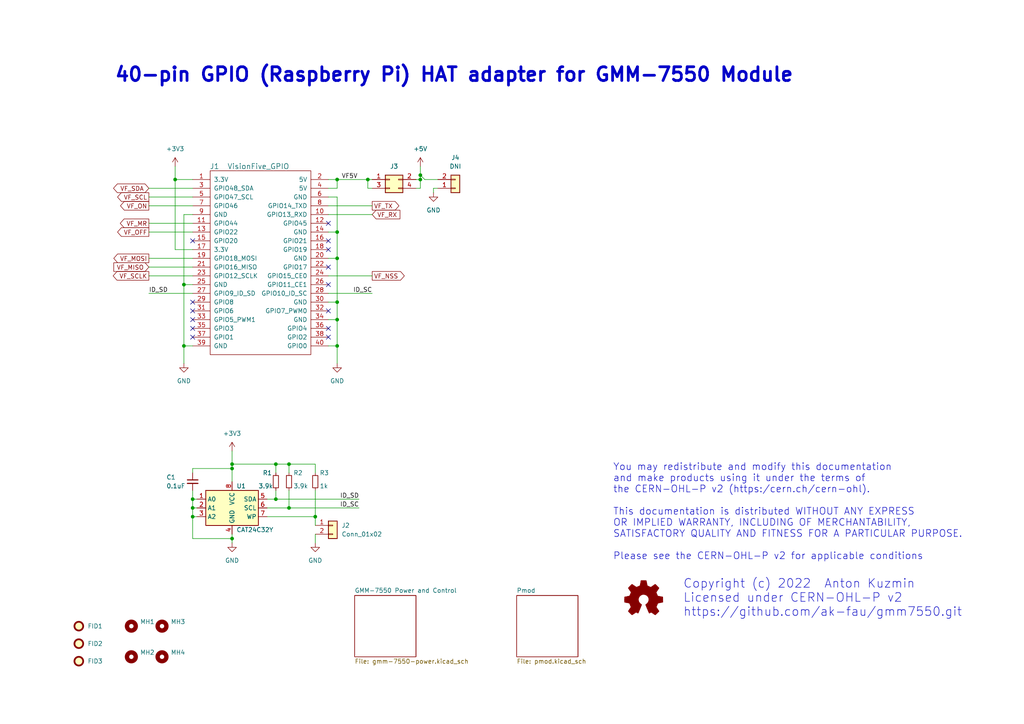
<source format=kicad_sch>
(kicad_sch (version 20211123) (generator eeschema)
  (paper "A4")
  (title_block (title "40-pin GPIO HAT adapter for GMM-7550") (date "2022-04-24") (rev "1.1"))
  (lib_symbols
    (symbol "Connector_Generic:Conn_01x02" (pin_names (offset 1.016) hide)
      (property "Reference" "J" (at 0 2.54 0))
      (property "Value" "Conn_01x02" (at 0 -5.08 0))
      (symbol "Conn_01x02_1_1"
        (rectangle (start -1.27 -2.413) (end 0 -2.667) (stroke (width 0.1524)))
        (rectangle (start -1.27 0.127) (end 0 -0.127) (stroke (width 0.1524)))
        (rectangle (start -1.27 1.27) (end 1.27 -3.81) (stroke (width 0.254)) (fill (type background)))
        (pin passive line (at -5.08 0 0) (length 3.81) (name "Pin_1") (number "1"))
        (pin passive line (at -5.08 -2.54 0) (length 3.81) (name "Pin_2") (number "2"))
      )
    )
    (symbol "Connector_Generic:Conn_02x02_Odd_Even" (pin_names (offset 1.016) hide)
      (property "Reference" "J" (at 1.27 2.54 0))
      (property "Value" "Conn_02x02_Odd_Even" (at 1.27 -5.08 0))
      (symbol "Conn_02x02_Odd_Even_1_1"
        (rectangle (start -1.27 -2.413) (end 0 -2.667) (stroke (width 0.1524)))
        (rectangle (start -1.27 0.127) (end 0 -0.127) (stroke (width 0.1524)))
        (rectangle (start -1.27 1.27) (end 3.81 -3.81) (stroke (width 0.254)) (fill (type background)))
        (rectangle (start 3.81 -2.413) (end 2.54 -2.667) (stroke (width 0.1524)))
        (rectangle (start 3.81 0.127) (end 2.54 -0.127) (stroke (width 0.1524)))
        (pin passive line (at -5.08 0 0) (length 3.81) (name "Pin_1") (number "1"))
        (pin passive line (at 7.62 0 180) (length 3.81) (name "Pin_2") (number "2"))
        (pin passive line (at -5.08 -2.54 0) (length 3.81) (name "Pin_3") (number "3"))
        (pin passive line (at 7.62 -2.54 180) (length 3.81) (name "Pin_4") (number "4"))
      )
    )
    (symbol "Device:C_Small" (pin_numbers hide) (pin_names (offset 0.254) hide)
      (property "Reference" "C" (at 0.254 1.778 0))
      (property "Value" "C_Small" (at 0.254 -2.032 0))
      (symbol "C_Small_0_1"
        (polyline (pts (xy -1.524 -0.508) (xy 1.524 -0.508)) (stroke (width 0.3302)))
        (polyline (pts (xy -1.524 0.508) (xy 1.524 0.508)) (stroke (width 0.3048)))
      )
      (symbol "C_Small_1_1"
        (pin passive line (at 0 2.54 270) (length 2.032) (name "~") (number "1"))
        (pin passive line (at 0 -2.54 90) (length 2.032) (name "~") (number "2"))
      )
    )
    (symbol "Device:R_Small" (pin_numbers hide) (pin_names (offset 0.254) hide)
      (property "Reference" "R" (at 0.762 0.508 0))
      (property "Value" "R_Small" (at 0.762 -1.016 0))
      (symbol "R_Small_0_1"
        (rectangle (start -0.762 1.778) (end 0.762 -1.778) (stroke (width 0.2032)))
      )
      (symbol "R_Small_1_1"
        (pin passive line (at 0 2.54 270) (length 0.762) (name "~") (number "1"))
        (pin passive line (at 0 -2.54 90) (length 0.762) (name "~") (number "2"))
      )
    )
    (symbol "Graphic:Logo_Open_Hardware_Small" (pin_names (offset 1.016))
      (symbol "Logo_Open_Hardware_Small_0_1"
        (polyline (pts (xy 3.3528 -4.3434) (xy 3.302 -4.318) (xy 3.175 -4.2418) (xy 2.9972 -4.1148) (xy 2.7686 -3.9624) (xy 2.54 -3.81) (xy 2.3622 -3.7084) (xy 2.2352 -3.6068) (xy 2.1844 -3.5814) (xy 2.159 -3.6068) (xy 2.0574 -3.6576) (xy 1.905 -3.7338) (xy 1.8034 -3.7846) (xy 1.6764 -3.8354) (xy 1.6002 -3.8354) (xy 1.6002 -3.8354) (xy 1.5494 -3.7338) (xy 1.4732 -3.5306) (xy 1.3462 -3.302) (xy 1.2446 -3.0226) (xy 1.1176 -2.7178) (xy 0.9652 -2.413) (xy 0.8636 -2.1082) (xy 0.7366 -1.8288) (xy 0.6604 -1.6256) (xy 0.6096 -1.4732) (xy 0.5842 -1.397) (xy 0.5842 -1.397) (xy 0.6604 -1.3208) (xy 0.7874 -1.2446) (xy 1.0414 -1.016) (xy 1.2954 -0.6858) (xy 1.4478 -0.3302) (xy 1.524 0.0762) (xy 1.4732 0.4572) (xy 1.3208 0.8128) (xy 1.0668 1.143) (xy 0.762 1.3716) (xy 0.4064 1.524) (xy 0 1.5748) (xy -0.381 1.5494) (xy -0.7366 1.397) (xy -1.0668 1.143) (xy -1.2192 0.9906) (xy -1.397 0.6604) (xy -1.524 0.3048) (xy -1.524 0.2286) (xy -1.4986 -0.1778) (xy -1.397 -0.5334) (xy -1.1938 -0.8636) (xy -0.9144 -1.143) (xy -0.8636 -1.1684) (xy -0.7366 -1.27) (xy -0.635 -1.3462) (xy -0.5842 -1.397) (xy -1.0668 -2.5908) (xy -1.143 -2.794) (xy -1.2954 -3.1242) (xy -1.397 -3.4036) (xy -1.4986 -3.6322) (xy -1.5748 -3.7846) (xy -1.6002 -3.8354) (xy -1.6002 -3.8354) (xy -1.651 -3.8354) (xy -1.7272 -3.81) (xy -1.905 -3.7338) (xy -2.0066 -3.683) (xy -2.1336 -3.6068) (xy -2.2098 -3.5814) (xy -2.2606 -3.6068) (xy -2.3622 -3.683) (xy -2.54 -3.81) (xy -2.7686 -3.9624) (xy -2.9718 -4.0894) (xy -3.1496 -4.2164) (xy -3.302 -4.318) (xy -3.3528 -4.3434) (xy -3.3782 -4.3434) (xy -3.429 -4.318) (xy -3.5306 -4.2164) (xy -3.7084 -4.064) (xy -3.937 -3.8354) (xy -3.9624 -3.81) (xy -4.1656 -3.6068) (xy -4.318 -3.4544) (xy -4.4196 -3.3274) (xy -4.445 -3.2766) (xy -4.445 -3.2766) (xy -4.4196 -3.2258) (xy -4.318 -3.0734) (xy -4.2164 -2.8956) (xy -4.064 -2.667) (xy -3.6576 -2.0828) (xy -3.8862 -1.5494) (xy -3.937 -1.3716) (xy -4.0386 -1.1684) (xy -4.0894 -1.0414) (xy -4.1148 -0.9652) (xy -4.191 -0.9398) (xy -4.318 -0.9144) (xy -4.5466 -0.8636) (xy -4.8006 -0.8128) (xy -5.0546 -0.7874) (xy -5.2578 -0.7366) (xy -5.4356 -0.7112) (xy -5.5118 -0.6858) (xy -5.5118 -0.6858) (xy -5.5372 -0.635) (xy -5.5372 -0.5588) (xy -5.5372 -0.4318) (xy -5.5626 -0.2286) (xy -5.5626 0.0762) (xy -5.5626 0.127) (xy -5.5372 0.4064) (xy -5.5372 0.635) (xy -5.5372 0.762) (xy -5.5372 0.8382) (xy -5.5372 0.8382) (xy -5.461 0.8382) (xy -5.3086 0.889) (xy -5.08 0.9144) (xy -4.826 0.9652) (xy -4.8006 0.9906) (xy -4.5466 1.0414) (xy -4.318 1.0668) (xy -4.1656 1.1176) (xy -4.0894 1.143) (xy -4.0894 1.143) (xy -4.0386 1.2446) (xy -3.9624 1.4224) (xy -3.8608 1.6256) (xy -3.7846 1.8288) (xy -3.7084 2.0066) (xy -3.6576 2.159) (xy -3.6322 2.2098) (xy -3.6322 2.2098) (xy -3.683 2.286) (xy -3.7592 2.413) (xy -3.8862 2.5908) (xy -4.064 2.8194) (xy -4.064 2.8448) (xy -4.2164 3.0734) (xy -4.3434 3.2512) (xy -4.4196 3.3782) (xy -4.445 3.4544) (xy -4.445 3.4544) (xy -4.3942 3.5052) (xy -4.2926 3.6322) (xy -4.1148 3.81) (xy -3.937 4.0132) (xy -3.8608 4.064) (xy -3.6576 4.2926) (xy -3.5052 4.4196) (xy -3.4036 4.4958) (xy -3.3528 4.5212) (xy -3.3528 4.5212) (xy -3.302 4.4704) (xy -3.1496 4.3688) (xy -2.9718 4.2418) (xy -2.7432 4.0894) (xy -2.7178 4.0894) (xy -2.4892 3.937) (xy -2.3114 3.81) (xy -2.1844 3.7084) (xy -2.1336 3.683) (xy -2.1082 3.683) (xy -2.032 3.7084) (xy -1.8542 3.7592) (xy -1.6764 3.8354) (xy -1.4732 3.937) (xy -1.27 4.0132) (xy -1.143 4.064) (xy -1.0668 4.1148) (xy -1.0668 4.1148) (xy -1.0414 4.191) (xy -1.016 4.3434) (xy -0.9652 4.572) (xy -0.9144 4.8514) (xy -0.889 4.9022) (xy -0.8382 5.1562) (xy -0.8128 5.3848) (xy -0.7874 5.5372) (xy -0.762 5.588) (xy -0.7112 5.6134) (xy -0.5842 5.6134) (xy -0.4064 5.6134) (xy -0.1524 5.6134) (xy 0.0762 5.6134) (xy 0.3302 5.6134) (xy 0.5334 5.6134) (xy 0.6858 5.588) (xy 0.7366 5.588) (xy 0.7366 5.588) (xy 0.762 5.5118) (xy 0.8128 5.334) (xy 0.8382 5.1054) (xy 0.9144 4.826) (xy 0.9144 4.7752) (xy 0.9652 4.5212) (xy 1.016 4.2926) (xy 1.0414 4.1402) (xy 1.0668 4.0894) (xy 1.0668 4.0894) (xy 1.1938 4.0386) (xy 1.3716 3.9624) (xy 1.5748 3.8608) (xy 2.0828 3.6576) (xy 2.7178 4.0894) (xy 2.7686 4.1402) (xy 2.9972 4.2926) (xy 3.175 4.4196) (xy 3.302 4.4958) (xy 3.3782 4.5212) (xy 3.3782 4.5212) (xy 3.429 4.4704) (xy 3.556 4.3434) (xy 3.7338 4.191) (xy 3.9116 3.9878) (xy 4.064 3.8354) (xy 4.2418 3.6576) (xy 4.3434 3.556) (xy 4.4196 3.4798) (xy 4.4196 3.429) (xy 4.4196 3.4036) (xy 4.3942 3.3274) (xy 4.2926 3.2004) (xy 4.1656 2.9972) (xy 4.0132 2.794) (xy 3.8862 2.5908) (xy 3.7592 2.3876) (xy 3.6576 2.2352) (xy 3.6322 2.159) (xy 3.6322 2.1336) (xy 3.683 2.0066) (xy 3.7592 1.8288) (xy 3.8608 1.6002) (xy 4.064 1.1176) (xy 4.3942 1.0414) (xy 4.5974 1.016) (xy 4.8768 0.9652) (xy 5.1308 0.9144) (xy 5.5372 0.8382) (xy 5.5626 -0.6604) (xy 5.4864 -0.6858) (xy 5.4356 -0.6858) (xy 5.2832 -0.7366) (xy 5.0546 -0.762) (xy 4.8006 -0.8128) (xy 4.5974 -0.8636) (xy 4.3688 -0.9144) (xy 4.2164 -0.9398) (xy 4.1402 -0.9398) (xy 4.1148 -0.9652) (xy 4.064 -1.0668) (xy 3.9878 -1.2446) (xy 3.9116 -1.4478) (xy 3.81 -1.651) (xy 3.7338 -1.8542) (xy 3.683 -2.0066) (xy 3.6576 -2.0828) (xy 3.683 -2.1336) (xy 3.7846 -2.2606) (xy 3.8862 -2.4638) (xy 4.0386 -2.667) (xy 4.191 -2.8956) (xy 4.318 -3.0734) (xy 4.3942 -3.2004) (xy 4.445 -3.2766) (xy 4.4196 -3.3274) (xy 4.3434 -3.429) (xy 4.1656 -3.5814) (xy 3.937 -3.8354) (xy 3.8862 -3.8608) (xy 3.683 -4.064) (xy 3.5306 -4.2164) (xy 3.4036 -4.318) (xy 3.3528 -4.3434)) (fill (type outline)))
      )
    )
    (symbol "Mechanical:Fiducial"
      (property "Reference" "FID" (at 0 5.08 0))
      (property "Value" "Fiducial" (at 0 3.175 0))
      (symbol "Fiducial_0_1"
        (circle (center 0 0) (radius 1.27) (stroke (width 0.508)) (fill (type background)))
      )
    )
    (symbol "Mechanical:MountingHole" (pin_names (offset 1.016))
      (property "Reference" "H" (at 0 5.08 0))
      (property "Value" "MountingHole" (at 0 3.175 0))
      (symbol "MountingHole_0_1"
        (circle (center 0 0) (radius 1.27) (stroke (width 1.27)))
      )
    )
    (symbol "Memory_EEPROM:CAT24C128"
      (property "Reference" "U" (at -6.35 6.35 0))
      (property "Value" "CAT24C128" (at 1.27 6.35 0))
      (symbol "CAT24C128_1_1"
        (rectangle (start -7.62 5.08) (end 7.62 -5.08) (stroke (width 0.254)) (fill (type background)))
        (pin input line (at -10.16 2.54 0) (length 2.54) (name "A0") (number "1"))
        (pin input line (at -10.16 0 0) (length 2.54) (name "A1") (number "2"))
        (pin input line (at -10.16 -2.54 0) (length 2.54) (name "A2") (number "3"))
        (pin power_in line (at 0 -7.62 90) (length 2.54) (name "GND") (number "4"))
        (pin bidirectional line (at 10.16 2.54 180) (length 2.54) (name "SDA") (number "5"))
        (pin input line (at 10.16 0 180) (length 2.54) (name "SCL") (number "6"))
        (pin input line (at 10.16 -2.54 180) (length 2.54) (name "WP") (number "7"))
        (pin power_in line (at 0 7.62 270) (length 2.54) (name "VCC") (number "8"))
      )
    )
    (symbol "hat-gmm7550:VisionFive_GPIO" (pin_names (offset 1.016))
      (property "Reference" "J?" (at 1.27 3.81 0))
      (property "Value" "VisionFive_GPIO" (at 13.97 3.81 0))
      (symbol "VisionFive_GPIO_0_1"
        (rectangle (start 0 2.54) (end 29.21 -50.8))
      )
      (symbol "VisionFive_GPIO_1_1"
        (pin power_in line (at -5.08 0 0) (length 5.08) (name "3.3V") (number "1"))
        (pin bidirectional line (at 34.29 -10.16 180) (length 5.08) (name "GPIO13_RXD") (number "10"))
        (pin bidirectional line (at -5.08 -12.7 0) (length 5.08) (name "GPIO44") (number "11"))
        (pin bidirectional line (at 34.29 -12.7 180) (length 5.08) (name "GPIO45") (number "12"))
        (pin bidirectional line (at -5.08 -15.24 0) (length 5.08) (name "GPIO22") (number "13"))
        (pin power_in line (at 34.29 -15.24 180) (length 5.08) (name "GND") (number "14"))
        (pin bidirectional line (at -5.08 -17.78 0) (length 5.08) (name "GPIO20") (number "15"))
        (pin bidirectional line (at 34.29 -17.78 180) (length 5.08) (name "GPIO21") (number "16"))
        (pin power_in line (at -5.08 -20.32 0) (length 5.08) (name "3.3V") (number "17"))
        (pin bidirectional line (at 34.29 -20.32 180) (length 5.08) (name "GPIO19") (number "18"))
        (pin bidirectional line (at -5.08 -22.86 0) (length 5.08) (name "GPIO18_MOSI") (number "19"))
        (pin power_in line (at 34.29 0 180) (length 5.08) (name "5V") (number "2"))
        (pin power_in line (at 34.29 -22.86 180) (length 5.08) (name "GND") (number "20"))
        (pin bidirectional line (at -5.08 -25.4 0) (length 5.08) (name "GPIO16_MISO") (number "21"))
        (pin bidirectional line (at 34.29 -25.4 180) (length 5.08) (name "GPIO17") (number "22"))
        (pin bidirectional line (at -5.08 -27.94 0) (length 5.08) (name "GPIO12_SCLK") (number "23"))
        (pin bidirectional line (at 34.29 -27.94 180) (length 5.08) (name "GPIO15_CE0") (number "24"))
        (pin power_in line (at -5.08 -30.48 0) (length 5.08) (name "GND") (number "25"))
        (pin bidirectional line (at 34.29 -30.48 180) (length 5.08) (name "GPIO11_CE1") (number "26"))
        (pin bidirectional line (at -5.08 -33.02 0) (length 5.08) (name "GPIO9_ID_SD") (number "27"))
        (pin bidirectional line (at 34.29 -33.02 180) (length 5.08) (name "GPIO10_ID_SC") (number "28"))
        (pin bidirectional line (at -5.08 -35.56 0) (length 5.08) (name "GPIO8") (number "29"))
        (pin bidirectional line (at -5.08 -2.54 0) (length 5.08) (name "GPIO48_SDA") (number "3"))
        (pin power_in line (at 34.29 -35.56 180) (length 5.08) (name "GND") (number "30"))
        (pin bidirectional line (at -5.08 -38.1 0) (length 5.08) (name "GPIO6") (number "31"))
        (pin bidirectional line (at 34.29 -38.1 180) (length 5.08) (name "GPIO7_PWM0") (number "32"))
        (pin bidirectional line (at -5.08 -40.64 0) (length 5.08) (name "GPIO5_PWM1") (number "33"))
        (pin power_in line (at 34.29 -40.64 180) (length 5.08) (name "GND") (number "34"))
        (pin bidirectional line (at -5.08 -43.18 0) (length 5.08) (name "GPIO3") (number "35"))
        (pin bidirectional line (at 34.29 -43.18 180) (length 5.08) (name "GPIO4") (number "36"))
        (pin bidirectional line (at -5.08 -45.72 0) (length 5.08) (name "GPIO1") (number "37"))
        (pin bidirectional line (at 34.29 -45.72 180) (length 5.08) (name "GPIO2") (number "38"))
        (pin power_in line (at -5.08 -48.26 0) (length 5.08) (name "GND") (number "39"))
        (pin power_in line (at 34.29 -2.54 180) (length 5.08) (name "5V") (number "4"))
        (pin bidirectional line (at 34.29 -48.26 180) (length 5.08) (name "GPIO0") (number "40"))
        (pin bidirectional line (at -5.08 -5.08 0) (length 5.08) (name "GPIO47_SCL") (number "5"))
        (pin power_in line (at 34.29 -5.08 180) (length 5.08) (name "GND") (number "6"))
        (pin bidirectional line (at -5.08 -7.62 0) (length 5.08) (name "GPIO46") (number "7"))
        (pin bidirectional line (at 34.29 -7.62 180) (length 5.08) (name "GPIO14_TXD") (number "8"))
        (pin power_in line (at -5.08 -10.16 0) (length 5.08) (name "GND") (number "9"))
      )
    )
    (symbol "power:+3.3V" (power) (pin_names (offset 0))
      (property "Value" "+3.3V" (at 0 3.556 0))
      (symbol "+3.3V_0_1"
        (polyline (pts (xy -0.762 1.27) (xy 0 2.54)))
        (polyline (pts (xy 0 0) (xy 0 2.54)))
        (polyline (pts (xy 0 2.54) (xy 0.762 1.27)))
      )
      (symbol "+3.3V_1_1"
        (pin power_in line (at 0 0 90) (length 0) hide (name "+3V3") (number "1"))
      )
    )
    (symbol "power:+5V" (power) (pin_names (offset 0))
      (property "Value" "+5V" (at 0 3.556 0))
      (symbol "+5V_0_1"
        (polyline (pts (xy -0.762 1.27) (xy 0 2.54)))
        (polyline (pts (xy 0 0) (xy 0 2.54)))
        (polyline (pts (xy 0 2.54) (xy 0.762 1.27)))
      )
      (symbol "+5V_1_1"
        (pin power_in line (at 0 0 90) (length 0) hide (name "+5V") (number "1"))
      )
    )
    (symbol "power:GND" (power) (pin_names (offset 0))
      (property "Value" "GND" (at 0 -3.81 0))
      (symbol "GND_0_1"
        (polyline (pts (xy 0 0) (xy 0 -1.27) (xy 1.27 -1.27) (xy 0 -2.54) (xy -1.27 -1.27) (xy 0 -1.27)))
      )
      (symbol "GND_1_1"
        (pin power_in line (at 0 0 270) (length 0) hide (name "GND") (number "1"))
      )
    )
  )
  (junction (at 91.44 149.86))
  (junction (at 106.68 52.07))
  (junction (at 97.79 52.07))
  (junction (at 50.8 52.07))
  (junction (at 97.79 87.63))
  (junction (at 83.82 147.32))
  (junction (at 97.79 67.31))
  (junction (at 67.31 156.21))
  (junction (at 83.82 134.62))
  (junction (at 80.01 144.78))
  (junction (at 97.79 74.93))
  (junction (at 97.79 92.71))
  (junction (at 55.88 144.78))
  (junction (at 67.31 135.89))
  (junction (at 97.79 100.33))
  (junction (at 80.01 134.62))
  (junction (at 121.92 52.07))
  (junction (at 121.92 50.8))
  (junction (at 53.34 100.33))
  (junction (at 53.34 82.55))
  (junction (at 67.31 134.62))
  (junction (at 55.88 149.86))
  (junction (at 55.88 147.32))
  (no_connect (at 55.88 69.85))
  (no_connect (at 95.25 97.79))
  (no_connect (at 95.25 95.25))
  (no_connect (at 95.25 90.17))
  (no_connect (at 55.88 87.63))
  (no_connect (at 55.88 90.17))
  (no_connect (at 55.88 92.71))
  (no_connect (at 55.88 95.25))
  (no_connect (at 55.88 97.79))
  (no_connect (at 95.25 82.55))
  (no_connect (at 95.25 77.47))
  (no_connect (at 95.25 72.39))
  (no_connect (at 95.25 69.85))
  (no_connect (at 95.25 64.77))
  (wire (pts (xy 77.47 144.78) (xy 80.01 144.78)))
  (wire (pts (xy 95.25 62.23) (xy 107.95 62.23)))
  (wire (pts (xy 97.79 74.93) (xy 97.79 87.63)))
  (wire (pts (xy 80.01 144.78) (xy 80.01 142.24)))
  (wire (pts (xy 121.92 50.8) (xy 121.92 52.07)))
  (wire (pts (xy 121.92 52.07) (xy 121.92 54.61)))
  (wire (pts (xy 97.79 100.33) (xy 97.79 105.41)))
  (wire (pts (xy 95.25 54.61) (xy 97.79 54.61)))
  (wire (pts (xy 53.34 62.23) (xy 53.34 82.55)))
  (wire (pts (xy 43.18 74.93) (xy 55.88 74.93)))
  (wire (pts (xy 67.31 135.89) (xy 67.31 139.7)))
  (wire (pts (xy 97.79 57.15) (xy 97.79 67.31)))
  (wire (pts (xy 97.79 92.71) (xy 97.79 100.33)))
  (wire (pts (xy 55.88 100.33) (xy 53.34 100.33)))
  (wire (pts (xy 43.18 64.77) (xy 55.88 64.77)))
  (wire (pts (xy 43.18 67.31) (xy 55.88 67.31)))
  (wire (pts (xy 67.31 154.94) (xy 67.31 156.21)))
  (wire (pts (xy 123.19 52.07) (xy 121.92 50.8)))
  (wire (pts (xy 43.18 59.69) (xy 55.88 59.69)))
  (wire (pts (xy 55.88 144.78) (xy 55.88 147.32)))
  (wire (pts (xy 91.44 149.86) (xy 91.44 142.24)))
  (wire (pts (xy 80.01 134.62) (xy 80.01 137.16)))
  (wire (pts (xy 91.44 137.16) (xy 91.44 134.62)))
  (wire (pts (xy 43.18 85.09) (xy 55.88 85.09)))
  (wire (pts (xy 55.88 147.32) (xy 55.88 149.86)))
  (wire (pts (xy 55.88 142.24) (xy 55.88 144.78)))
  (wire (pts (xy 95.25 67.31) (xy 97.79 67.31)))
  (wire (pts (xy 91.44 134.62) (xy 83.82 134.62)))
  (wire (pts (xy 57.15 149.86) (xy 55.88 149.86)))
  (wire (pts (xy 43.18 54.61) (xy 55.88 54.61)))
  (wire (pts (xy 67.31 130.81) (xy 67.31 134.62)))
  (wire (pts (xy 121.92 48.26) (xy 121.92 50.8)))
  (wire (pts (xy 55.88 62.23) (xy 53.34 62.23)))
  (wire (pts (xy 83.82 134.62) (xy 83.82 137.16)))
  (wire (pts (xy 125.73 54.61) (xy 127 54.61)))
  (wire (pts (xy 95.25 87.63) (xy 97.79 87.63)))
  (wire (pts (xy 95.25 74.93) (xy 97.79 74.93)))
  (wire (pts (xy 97.79 87.63) (xy 97.79 92.71)))
  (wire (pts (xy 83.82 147.32) (xy 104.14 147.32)))
  (wire (pts (xy 95.25 52.07) (xy 97.79 52.07)))
  (wire (pts (xy 77.47 149.86) (xy 91.44 149.86)))
  (wire (pts (xy 95.25 92.71) (xy 97.79 92.71)))
  (wire (pts (xy 55.88 137.16) (xy 55.88 135.89)))
  (wire (pts (xy 97.79 67.31) (xy 97.79 74.93)))
  (wire (pts (xy 55.88 82.55) (xy 53.34 82.55)))
  (wire (pts (xy 67.31 156.21) (xy 67.31 157.48)))
  (wire (pts (xy 77.47 147.32) (xy 83.82 147.32)))
  (wire (pts (xy 43.18 77.47) (xy 55.88 77.47)))
  (wire (pts (xy 43.18 57.15) (xy 55.88 57.15)))
  (wire (pts (xy 120.65 52.07) (xy 121.92 52.07)))
  (wire (pts (xy 97.79 52.07) (xy 97.79 54.61)))
  (wire (pts (xy 57.15 147.32) (xy 55.88 147.32)))
  (wire (pts (xy 95.25 85.09) (xy 107.95 85.09)))
  (wire (pts (xy 50.8 48.26) (xy 50.8 52.07)))
  (wire (pts (xy 106.68 52.07) (xy 107.95 52.07)))
  (wire (pts (xy 83.82 147.32) (xy 83.82 142.24)))
  (wire (pts (xy 57.15 144.78) (xy 55.88 144.78)))
  (wire (pts (xy 80.01 134.62) (xy 83.82 134.62)))
  (wire (pts (xy 50.8 52.07) (xy 55.88 52.07)))
  (wire (pts (xy 53.34 82.55) (xy 53.34 100.33)))
  (wire (pts (xy 120.65 54.61) (xy 121.92 54.61)))
  (wire (pts (xy 91.44 154.94) (xy 91.44 157.48)))
  (wire (pts (xy 55.88 156.21) (xy 67.31 156.21)))
  (wire (pts (xy 97.79 52.07) (xy 106.68 52.07)))
  (wire (pts (xy 55.88 149.86) (xy 55.88 156.21)))
  (wire (pts (xy 50.8 72.39) (xy 50.8 52.07)))
  (wire (pts (xy 55.88 72.39) (xy 50.8 72.39)))
  (wire (pts (xy 43.18 80.01) (xy 55.88 80.01)))
  (wire (pts (xy 95.25 57.15) (xy 97.79 57.15)))
  (wire (pts (xy 107.95 54.61) (xy 106.68 54.61)))
  (wire (pts (xy 95.25 59.69) (xy 107.95 59.69)))
  (wire (pts (xy 91.44 149.86) (xy 91.44 152.4)))
  (wire (pts (xy 53.34 100.33) (xy 53.34 105.41)))
  (wire (pts (xy 67.31 134.62) (xy 80.01 134.62)))
  (wire (pts (xy 95.25 80.01) (xy 107.95 80.01)))
  (wire (pts (xy 55.88 135.89) (xy 67.31 135.89)))
  (wire (pts (xy 80.01 144.78) (xy 104.14 144.78)))
  (wire (pts (xy 95.25 100.33) (xy 97.79 100.33)))
  (wire (pts (xy 67.31 134.62) (xy 67.31 135.89)))
  (wire (pts (xy 106.68 54.61) (xy 106.68 52.07)))
  (wire (pts (xy 127 52.07) (xy 123.19 52.07)))
  (wire (pts (xy 125.73 55.88) (xy 125.73 54.61)))
  (text "Copyright (c) 2022  Anton Kuzmin\nLicensed under CERN-OHL-P v2\nhttps://github.com/ak-fau/gmm7550.git" (at 198.12 179.07 0) (effects (font (size 2.54 2.54)) (justify left bottom)))
  (text "40-pin GPIO (Raspberry Pi) HAT adapter for GMM-7550 Module" (at 33.02 24.13 0) (effects (font (size 3.9878 3.9878) (thickness 0.7976) bold) (justify left bottom)))
  (text "You may redistribute and modify this documentation\nand make products using it under the terms of\nthe CERN-OHL-P v2 (https:/cern.ch/cern-ohl).\n\nThis documentation is distributed WITHOUT ANY EXPRESS\nOR IMPLIED WARRANTY, INCLUDING OF MERCHANTABILITY,\nSATISFACTORY QUALITY AND FITNESS FOR A PARTICULAR PURPOSE.\n\nPlease see the CERN-OHL-P v2 for applicable conditions" (at 177.8 162.56 0) (effects (font (size 2.0066 2.0066)) (justify left bottom)))
  (label "ID_SD" (at 43.18 85.09 0))
  (label "VF5V" (at 99.06 52.07 0))
  (label "ID_SD" (at 104.14 144.78 180))
  (label "ID_SC" (at 107.95 85.09 180))
  (label "ID_SC" (at 104.14 147.32 180))
  (global_label "VF_MR" (shape output) (at 43.18 64.77 180) (property "Intersheet References" "${INTERSHEET_REFS}" (effects hide)))
  (global_label "VF_MOSI" (shape output) (at 43.18 74.93 180) (property "Intersheet References" "${INTERSHEET_REFS}" (effects hide)))
  (global_label "VF_SDA" (shape bidirectional) (at 43.18 54.61 180) (property "Intersheet References" "${INTERSHEET_REFS}" (effects hide)))
  (global_label "VF_NSS" (shape output) (at 107.95 80.01 0) (property "Intersheet References" "${INTERSHEET_REFS}" (effects hide)))
  (global_label "VF_MISO" (shape input) (at 43.18 77.47 180) (property "Intersheet References" "${INTERSHEET_REFS}" (effects hide)))
  (global_label "VF_SCLK" (shape output) (at 43.18 80.01 180) (property "Intersheet References" "${INTERSHEET_REFS}" (effects hide)))
  (global_label "VF_OFF" (shape output) (at 43.18 67.31 180) (property "Intersheet References" "${INTERSHEET_REFS}" (effects hide)))
  (global_label "VF_SCL" (shape output) (at 43.18 57.15 180) (property "Intersheet References" "${INTERSHEET_REFS}" (effects hide)))
  (global_label "VF_TX" (shape output) (at 107.95 59.69 0) (property "Intersheet References" "${INTERSHEET_REFS}" (effects hide)))
  (global_label "VF_ON" (shape output) (at 43.18 59.69 180) (property "Intersheet References" "${INTERSHEET_REFS}" (effects hide)))
  (global_label "VF_RX" (shape input) (at 107.95 62.23 0) (property "Intersheet References" "${INTERSHEET_REFS}" (effects hide)))
  (symbol (lib_id "Mechanical:MountingHole") (at 38.1 190.5 0) (unit 1)
    (property "Reference" "MH2" (at 40.64 189.2299 0) (effects (justify left)))
    (property "Value" "MountingHole" (effects hide))
    (property "Footprint" "RPi_Hat:RPi_Hat_Mounting_Hole" (effects hide))
  )
  (symbol (lib_id "Mechanical:Fiducial") (at 22.86 181.61 0) (unit 1)
    (property "Reference" "FID1" (at 25.4 181.6099 0) (effects (justify left)))
    (property "Value" "Fiducial" (effects hide))
    (property "Footprint" "Fiducial:Fiducial_1mm_Mask2mm" (effects hide))
  )
  (symbol (lib_id "Device:C_Small") (at 55.88 139.7 0) (unit 1)
    (property "Reference" "C1" (at 48.26 138.43 0) (effects (justify left)))
    (property "Value" "0.1uF" (at 48.26 140.97 0) (effects (justify left)))
    (property "Footprint" "Capacitor_SMD:C_0603_1608Metric" (effects hide))
  )
  (symbol (lib_id "Mechanical:Fiducial") (at 22.86 186.69 0) (unit 1)
    (property "Reference" "FID2" (at 25.4 186.6899 0) (effects (justify left)))
    (property "Value" "Fiducial" (effects hide))
    (property "Footprint" "Fiducial:Fiducial_1mm_Mask2mm" (effects hide))
  )
  (symbol (lib_id "power:GND") (at 125.73 55.88 0) (unit 1)
    (property "Reference" "#PWR0108" (effects hide))
    (property "Value" "GND" (at 125.73 60.96 0))
  )
  (symbol (lib_id "power:+5V") (at 121.92 48.26 0) (unit 1)
    (property "Reference" "#PWR0101" (effects hide))
    (property "Value" "+5V" (at 121.92 43.18 0))
  )
  (symbol (lib_id "Device:R_Small") (at 83.82 139.7 0) (unit 1)
    (property "Reference" "R2" (at 85.09 137.16 0) (effects (justify left)))
    (property "Value" "3.9k" (at 85.09 140.97 0) (effects (justify left)))
    (property "Footprint" "Resistor_SMD:R_0603_1608Metric" (effects hide))
  )
  (symbol (lib_id "power:GND") (at 97.79 105.41 0) (unit 1)
    (property "Reference" "#PWR0106" (effects hide))
    (property "Value" "GND" (at 97.79 110.49 0))
  )
  (symbol (lib_id "hat-gmm7550:VisionFive_GPIO") (at 60.96 52.07 0) (unit 1)
    (property "Reference" "J1" (at 62.23 48.26 0) (effects (font (size 1.524 1.524))))
    (property "Value" "VisionFive_GPIO" (at 74.93 48.26 0) (effects (font (size 1.524 1.524))))
    (property "Footprint" "Connector_PinHeader_2.54mm:PinHeader_2x20_P2.54mm_Vertical" (effects hide))
  )
  (symbol (lib_id "power:GND") (at 53.34 105.41 0) (unit 1)
    (property "Reference" "#PWR0104" (effects hide))
    (property "Value" "GND" (at 53.34 110.49 0))
  )
  (symbol (lib_id "power:GND") (at 91.44 157.48 0) (unit 1)
    (property "Reference" "#PWR0107" (effects hide))
    (property "Value" "GND" (at 91.44 162.56 0))
  )
  (symbol (lib_id "Mechanical:MountingHole") (at 38.1 181.61 0) (unit 1)
    (property "Reference" "MH1" (at 40.64 180.3399 0) (effects (justify left)))
    (property "Value" "MountingHole" (effects hide))
    (property "Footprint" "RPi_Hat:RPi_Hat_Mounting_Hole" (effects hide))
  )
  (symbol (lib_id "Connector_Generic:Conn_02x02_Odd_Even") (at 113.03 52.07 0) (unit 1)
    (property "Reference" "J3" (at 114.3 48.26 0))
    (property "Value" "Conn_02x02_Odd_Even" (effects hide))
    (property "Footprint" "Connector_PinHeader_2.54mm:PinHeader_2x02_P2.54mm_Vertical" (effects hide))
  )
  (symbol (lib_id "Mechanical:Fiducial") (at 22.86 191.77 0) (unit 1)
    (property "Reference" "FID3" (at 25.4 191.7699 0) (effects (justify left)))
    (property "Value" "Fiducial" (effects hide))
    (property "Footprint" "Fiducial:Fiducial_1mm_Mask2mm" (effects hide))
  )
  (symbol (lib_id "Mechanical:MountingHole") (at 46.99 181.61 0) (unit 1)
    (property "Reference" "MH3" (at 49.53 180.3399 0) (effects (justify left)))
    (property "Value" "MountingHole" (effects hide))
    (property "Footprint" "RPi_Hat:RPi_Hat_Mounting_Hole" (effects hide))
  )
  (symbol (lib_id "power:+3.3V") (at 50.8 48.26 0) (unit 1)
    (property "Reference" "#PWR0105" (effects hide))
    (property "Value" "+3.3V" (at 50.8 43.18 0))
  )
  (symbol (lib_id "Mechanical:MountingHole") (at 46.99 190.5 0) (unit 1)
    (property "Reference" "MH4" (at 49.53 189.2299 0) (effects (justify left)))
    (property "Value" "MountingHole" (effects hide))
    (property "Footprint" "RPi_Hat:RPi_Hat_Mounting_Hole" (effects hide))
  )
  (symbol (lib_id "power:GND") (at 67.31 157.48 0) (unit 1)
    (property "Reference" "#PWR0102" (effects hide))
    (property "Value" "GND" (at 67.31 162.56 0))
  )
  (symbol (lib_id "Device:R_Small") (at 91.44 139.7 0) (unit 1)
    (property "Reference" "R3" (at 92.71 137.16 0) (effects (justify left)))
    (property "Value" "1k" (at 92.71 140.97 0) (effects (justify left)))
    (property "Footprint" "Resistor_SMD:R_0603_1608Metric" (effects hide))
  )
  (symbol (lib_id "power:+3.3V") (at 67.31 130.81 0) (unit 1)
    (property "Reference" "#PWR0103" (effects hide))
    (property "Value" "+3.3V" (at 67.31 125.73 0))
  )
  (symbol (lib_id "Connector_Generic:Conn_01x02") (at 96.52 152.4 0) (unit 1)
    (property "Reference" "J2" (at 99.06 152.3999 0) (effects (justify left)))
    (property "Value" "Conn_01x02" (at 99.06 154.9399 0) (effects (justify left)))
    (property "Footprint" "Connector_PinHeader_2.54mm:PinHeader_1x02_P2.54mm_Vertical" (effects hide))
  )
  (symbol (lib_id "Device:R_Small") (at 80.01 139.7 0) (unit 1)
    (property "Reference" "R1" (at 76.2 137.16 0) (effects (justify left)))
    (property "Value" "3.9k" (at 74.93 140.97 0) (effects (justify left)))
    (property "Footprint" "Resistor_SMD:R_0603_1608Metric" (effects hide))
  )
  (symbol (lib_id "Graphic:Logo_Open_Hardware_Small") (at 186.69 173.99 0) (unit 1)
    (property "Reference" "#LOGO1" (effects hide))
    (property "Value" "Logo_Open_Hardware_Small" (effects hide))
  )
  (symbol (lib_id "Memory_EEPROM:CAT24C128") (at 67.31 147.32 0) (unit 1)
    (property "Reference" "U1" (at 68.58 140.97 0) (effects (justify left)))
    (property "Value" "CAT24C32Y" (at 68.58 153.67 0) (effects (justify left)))
    (property "Footprint" "Package_SO:TSSOP-8_4.4x3mm_P0.65mm" (effects hide))
    (property "Datasheet" "https://www.onsemi.com/pub/Collateral/CAT24C128-D.PDF" (effects hide))
  )
  (symbol (lib_id "Connector_Generic:Conn_01x02") (at 132.08 54.61 0) (mirror x) (unit 1)
    (property "Reference" "J4" (at 132.08 45.72 0))
    (property "Value" "DNI" (at 132.08 48.26 0))
    (property "Footprint" "Connector_Molex:Molex_Micro-Fit_3.0_43045-0200_2x01_P3.00mm_Horizontal" (effects hide))
  )
  (sheet (at 149.86 172.72) (size 17.78 17.78) (stroke (width 0.1524))
    (property "Sheet name" "Pmod" (at 149.86 172.0084 0) (effects (justify left bottom)))
    (property "Sheet file" "pmod.kicad_sch" (at 149.86 191.0846 0) (effects (justify left top)))
  )
  (sheet (at 102.87 172.72) (size 17.78 17.78) (stroke (width 0.1524))
    (property "Sheet name" "GMM-7550 Power and Control" (at 102.87 172.0084 0) (effects (justify left bottom)))
    (property "Sheet file" "gmm-7550-power.kicad_sch" (at 102.87 191.0846 0) (effects (justify left top)))
  )
)
</source>
